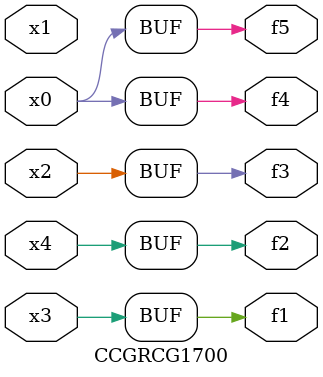
<source format=v>
module CCGRCG1700(
	input x0, x1, x2, x3, x4,
	output f1, f2, f3, f4, f5
);
	assign f1 = x3;
	assign f2 = x4;
	assign f3 = x2;
	assign f4 = x0;
	assign f5 = x0;
endmodule

</source>
